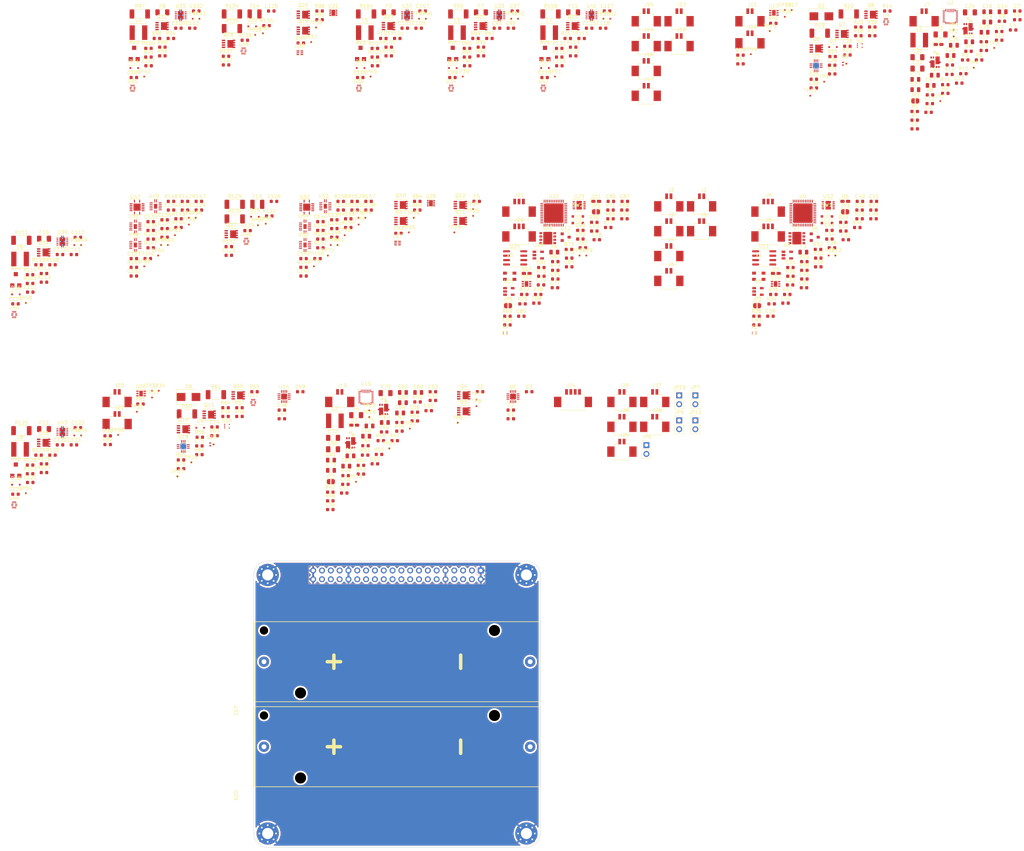
<source format=kicad_pcb>
(kicad_pcb (version 20210623) (generator pcbnew)

  (general
    (thickness 1.6)
  )

  (paper "A4")
  (title_block
    (title "BUTCube - EPS")
    (date "2021-08-20")
    (rev "v1.0")
    (company "VUT - FIT(STRaDe) & FME(IAE & IPE)")
    (comment 1 "Author: Petr Malaník")
  )

  (layers
    (0 "F.Cu" signal)
    (31 "B.Cu" signal)
    (32 "B.Adhes" user "B.Adhesive")
    (33 "F.Adhes" user "F.Adhesive")
    (34 "B.Paste" user)
    (35 "F.Paste" user)
    (36 "B.SilkS" user "B.Silkscreen")
    (37 "F.SilkS" user "F.Silkscreen")
    (38 "B.Mask" user)
    (39 "F.Mask" user)
    (40 "Dwgs.User" user "User.Drawings")
    (41 "Cmts.User" user "User.Comments")
    (42 "Eco1.User" user "User.Eco1")
    (43 "Eco2.User" user "User.Eco2")
    (44 "Edge.Cuts" user)
    (45 "Margin" user)
    (46 "B.CrtYd" user "B.Courtyard")
    (47 "F.CrtYd" user "F.Courtyard")
    (48 "B.Fab" user)
    (49 "F.Fab" user)
    (50 "User.1" user)
    (51 "User.2" user)
    (52 "User.3" user)
    (53 "User.4" user)
    (54 "User.5" user)
    (55 "User.6" user)
    (56 "User.7" user)
    (57 "User.8" user)
    (58 "User.9" user)
  )

  (setup
    (stackup
      (layer "F.SilkS" (type "Top Silk Screen"))
      (layer "F.Paste" (type "Top Solder Paste"))
      (layer "F.Mask" (type "Top Solder Mask") (color "Green") (thickness 0.01))
      (layer "F.Cu" (type "copper") (thickness 0.035))
      (layer "dielectric 1" (type "core") (thickness 1.51) (material "FR4") (epsilon_r 4.5) (loss_tangent 0.02))
      (layer "B.Cu" (type "copper") (thickness 0.035))
      (layer "B.Mask" (type "Bottom Solder Mask") (color "Green") (thickness 0.01))
      (layer "B.Paste" (type "Bottom Solder Paste"))
      (layer "B.SilkS" (type "Bottom Silk Screen"))
      (copper_finish "None")
      (dielectric_constraints no)
    )
    (pad_to_mask_clearance 0)
    (pcbplotparams
      (layerselection 0x00010fc_ffffffff)
      (disableapertmacros false)
      (usegerberextensions false)
      (usegerberattributes true)
      (usegerberadvancedattributes true)
      (creategerberjobfile true)
      (svguseinch false)
      (svgprecision 6)
      (excludeedgelayer true)
      (plotframeref false)
      (viasonmask false)
      (mode 1)
      (useauxorigin false)
      (hpglpennumber 1)
      (hpglpenspeed 20)
      (hpglpendiameter 15.000000)
      (dxfpolygonmode true)
      (dxfimperialunits true)
      (dxfusepcbnewfont true)
      (psnegative false)
      (psa4output false)
      (plotreference true)
      (plotvalue true)
      (plotinvisibletext false)
      (sketchpadsonfab false)
      (subtractmaskfromsilk false)
      (outputformat 1)
      (mirror false)
      (drillshape 1)
      (scaleselection 1)
      (outputdirectory "")
    )
  )

  (net 0 "")
  (net 1 "Net-(C1-Pad1)")
  (net 2 "VBUS")
  (net 3 "/Unit #1/MCU/MCU_POWER")
  (net 4 "/Unit #1/Battery charger/BAT")
  (net 5 "/Unit #1/Battery charger/SOLAR_IN")
  (net 6 "/USB power/USB_POWER")
  (net 7 "Net-(C6-Pad1)")
  (net 8 "Net-(C6-Pad2)")
  (net 9 "Net-(C7-Pad1)")
  (net 10 "GND")
  (net 11 "Net-(C7-Pad2)")
  (net 12 "Net-(C8-Pad1)")
  (net 13 "/Unit #1/Battery charger/PMID")
  (net 14 "/Unit #1/Battery charger/SYS")
  (net 15 "/Unit #1/Battery charger/REGN")
  (net 16 "/Unit #1/Activation control/PWR_OUT")
  (net 17 "Net-(C29-Pad1)")
  (net 18 "/Unit #1/MCU/OUT_CUR")
  (net 19 "Net-(C32-Pad1)")
  (net 20 "/Unit #1/MCU/VREF")
  (net 21 "Net-(C47-Pad1)")
  (net 22 "/Unit #2/MCU/MCU_POWER")
  (net 23 "/Unit #2/Battery charger/SOLAR_IN")
  (net 24 "Net-(C52-Pad1)")
  (net 25 "Net-(C52-Pad2)")
  (net 26 "Net-(C53-Pad1)")
  (net 27 "Net-(C53-Pad2)")
  (net 28 "Net-(C54-Pad1)")
  (net 29 "/Unit #2/Battery charger/PMID")
  (net 30 "/Unit #2/Battery charger/SYS")
  (net 31 "/Unit #2/Battery charger/REGN")
  (net 32 "/Unit #2/Activation control/PWR_OUT")
  (net 33 "Net-(C75-Pad1)")
  (net 34 "/Unit #2/MCU/OUT_CUR")
  (net 35 "Net-(C78-Pad1)")
  (net 36 "/Unit #2/MCU/VREF")
  (net 37 "Net-(C93-Pad1)")
  (net 38 "Net-(C94-Pad1)")
  (net 39 "/Unit #1/Output control/PWR_OUT")
  (net 40 "Net-(C96-Pad1)")
  (net 41 "Net-(C97-Pad1)")
  (net 42 "/Unit #2/Output control/PWR_OUT")
  (net 43 "Net-(C101-Pad1)")
  (net 44 "Net-(C102-Pad1)")
  (net 45 "Net-(C106-Pad1)")
  (net 46 "Net-(C107-Pad1)")
  (net 47 "Net-(C111-Pad1)")
  (net 48 "Net-(C112-Pad1)")
  (net 49 "Net-(C116-Pad1)")
  (net 50 "Net-(C117-Pad1)")
  (net 51 "Net-(C121-Pad1)")
  (net 52 "Net-(C122-Pad1)")
  (net 53 "/Unit #1/ADC/VBAT_CUR")
  (net 54 "/Unit #2/ADC/VBAT_CUR")
  (net 55 "Net-(C129-Pad1)")
  (net 56 "Net-(C130-Pad1)")
  (net 57 "Net-(C131-Pad1)")
  (net 58 "Net-(C132-Pad1)")
  (net 59 "Net-(C133-Pad1)")
  (net 60 "/Unit #2/Activation control/Activation logic/PWR_IN")
  (net 61 "Net-(C138-Pad1)")
  (net 62 "Net-(C139-Pad1)")
  (net 63 "Net-(C140-Pad1)")
  (net 64 "Net-(C141-Pad1)")
  (net 65 "Net-(C142-Pad1)")
  (net 66 "/Unit #1/Activation control/Activation logic/PWR_IN")
  (net 67 "Net-(D2-Pad2)")
  (net 68 "/Stack connector/CAN_L")
  (net 69 "/Stack connector/CAN_H")
  (net 70 "/Unit #1/ADC/1V8_CUR")
  (net 71 "/Unit #2/ADC/1V8_CUR")
  (net 72 "/Unit #1/ADC/3V3_CUR")
  (net 73 "/Unit #2/ADC/3V3_CUR")
  (net 74 "/Unit #1/ADC/5V_CUR")
  (net 75 "/Unit #2/ADC/5V_CUR")
  (net 76 "/Unit #1/Activation control/PWR_IN")
  (net 77 "/Unit #1/MCU/POWER")
  (net 78 "Net-(F3-Pad2)")
  (net 79 "/Unit #2/Activation control/PWR_IN")
  (net 80 "/Unit #2/MCU/POWER")
  (net 81 "Net-(F6-Pad2)")
  (net 82 "Net-(F7-Pad1)")
  (net 83 "/Unit #1/1V8")
  (net 84 "Net-(F8-Pad1)")
  (net 85 "/Unit #2/1V8")
  (net 86 "Net-(F9-Pad1)")
  (net 87 "/Unit #1/3V3")
  (net 88 "Net-(F10-Pad1)")
  (net 89 "/Unit #2/3V3")
  (net 90 "Net-(F11-Pad1)")
  (net 91 "/Unit #1/5V")
  (net 92 "Net-(F12-Pad1)")
  (net 93 "/Unit #2/5V")
  (net 94 "Net-(F13-Pad1)")
  (net 95 "/Unit #1/VBAT")
  (net 96 "Net-(F14-Pad1)")
  (net 97 "/Unit #2/VBAT")
  (net 98 "Net-(J7-Pad1)")
  (net 99 "/Unit #1/MCU/DBG_TX")
  (net 100 "/Unit #1/MCU/DBG_RX")
  (net 101 "/Unit #1/MCU/SWCLK")
  (net 102 "/Unit #1/MCU/SWDIO")
  (net 103 "/Unit #1/Battery temperature control/NTC_OUT")
  (net 104 "Net-(J11-Pad1)")
  (net 105 "/Stack connector/EPS#1_CHARGE")
  (net 106 "/Stack connector/RS_485_~{B}")
  (net 107 "/Stack connector/RS_485_A")
  (net 108 "/Stack connector/EPS#2_CHARGE")
  (net 109 "Net-(J19-Pad1)")
  (net 110 "/Unit #2/MCU/DBG_TX")
  (net 111 "/Unit #2/MCU/DBG_RX")
  (net 112 "/Unit #2/MCU/SWCLK")
  (net 113 "/Unit #2/MCU/SWDIO")
  (net 114 "/Unit #2/Battery temperature control/NTC_OUT")
  (net 115 "Net-(J23-Pad1)")
  (net 116 "/Activation switches/RBF_PIN")
  (net 117 "/Activation switches/SW_#1")
  (net 118 "/Activation switches/SW_#2")
  (net 119 "/Activation switches/SW_#3")
  (net 120 "/Activation switches/SW_#4")
  (net 121 "Net-(JP1-Pad2)")
  (net 122 "Net-(JP2-Pad1)")
  (net 123 "/Unit #1/MCU/NRST")
  (net 124 "Net-(JP3-Pad1)")
  (net 125 "Net-(JP3-Pad2)")
  (net 126 "Net-(JP4-Pad2)")
  (net 127 "Net-(JP5-Pad1)")
  (net 128 "/Unit #2/MCU/NRST")
  (net 129 "Net-(JP6-Pad1)")
  (net 130 "Net-(JP6-Pad2)")
  (net 131 "Net-(L3-Pad1)")
  (net 132 "Net-(L3-Pad2)")
  (net 133 "Net-(L4-Pad1)")
  (net 134 "Net-(L4-Pad2)")
  (net 135 "Net-(L5-Pad1)")
  (net 136 "Net-(L5-Pad2)")
  (net 137 "Net-(L6-Pad1)")
  (net 138 "Net-(L6-Pad2)")
  (net 139 "Net-(L7-Pad1)")
  (net 140 "Net-(L7-Pad2)")
  (net 141 "Net-(L8-Pad1)")
  (net 142 "Net-(L8-Pad2)")
  (net 143 "Net-(Q1-PadG1)")
  (net 144 "Net-(Q1-PadS1)")
  (net 145 "Net-(Q2-PadG1)")
  (net 146 "Net-(Q2-PadS1)")
  (net 147 "/Unit #1/Activation control/Activation logic/SEP_EN")
  (net 148 "Net-(Q3-Pad5)")
  (net 149 "/Unit #1/Activation control/Activation logic/RBF_EN")
  (net 150 "Net-(Q5-Pad1)")
  (net 151 "Net-(Q5-Pad3)")
  (net 152 "Net-(Q7-Pad1)")
  (net 153 "Net-(Q7-Pad4)")
  (net 154 "Net-(Q7-Pad5)")
  (net 155 "Net-(Q9-PadG1)")
  (net 156 "Net-(Q9-PadS1)")
  (net 157 "Net-(Q10-PadG1)")
  (net 158 "Net-(Q10-PadS1)")
  (net 159 "/Unit #2/Activation control/Activation logic/SEP_EN")
  (net 160 "Net-(Q11-Pad5)")
  (net 161 "/Unit #2/Activation control/Activation logic/RBF_EN")
  (net 162 "Net-(Q13-Pad1)")
  (net 163 "Net-(Q13-Pad3)")
  (net 164 "Net-(Q15-Pad1)")
  (net 165 "Net-(Q15-Pad4)")
  (net 166 "Net-(Q15-Pad5)")
  (net 167 "Net-(Q17-Pad4)")
  (net 168 "Net-(Q17-Pad5)")
  (net 169 "Net-(Q18-Pad1)")
  (net 170 "Net-(Q18-Pad4)")
  (net 171 "Net-(Q19-Pad4)")
  (net 172 "Net-(Q19-Pad5)")
  (net 173 "Net-(Q20-Pad1)")
  (net 174 "Net-(Q20-Pad4)")
  (net 175 "/Unit #1/Power supplies/Power_supply_1V8/PER_POWER")
  (net 176 "/Unit #1/MCU/1V8_EN")
  (net 177 "/Unit #2/Power supplies/Power_supply_1V8/PER_POWER")
  (net 178 "/Unit #2/MCU/1V8_EN")
  (net 179 "/Unit #1/MCU/3V3_EN")
  (net 180 "/Unit #2/MCU/3V3_EN")
  (net 181 "/Unit #1/Power supplies/Power_supply_5V/PER_POWER")
  (net 182 "/Unit #1/MCU/5V_EN")
  (net 183 "/Unit #2/Power supplies/Power_supply_5V/PER_POWER")
  (net 184 "/Unit #2/MCU/5V_EN")
  (net 185 "Net-(Q27-Pad1)")
  (net 186 "/Unit #1/MCU/VBAT_EN")
  (net 187 "Net-(Q28-Pad1)")
  (net 188 "/Unit #2/MCU/VBAT_EN")
  (net 189 "/Unit #1/Battery charger/D+")
  (net 190 "/Unit #1/Battery charger/D-")
  (net 191 "Net-(R5-Pad2)")
  (net 192 "Net-(R6-Pad2)")
  (net 193 "Net-(R7-Pad1)")
  (net 194 "Net-(R8-Pad2)")
  (net 195 "Net-(D1-Pad2)")
  (net 196 "Net-(R11-Pad1)")
  (net 197 "Net-(R16-Pad2)")
  (net 198 "Net-(R17-Pad2)")
  (net 199 "Net-(R18-Pad2)")
  (net 200 "Net-(R21-Pad2)")
  (net 201 "Net-(R22-Pad1)")
  (net 202 "Net-(R24-Pad2)")
  (net 203 "/Unit #1/MCU/VBAT")
  (net 204 "/Unit #1/MCU/VDDUSB")
  (net 205 "Net-(R30-Pad1)")
  (net 206 "/Unit #1/MCU/CAN_RS")
  (net 207 "/Unit #1/MCU/RS_485_R_EN")
  (net 208 "/Unit #1/MCU/RS_485_T_EN")
  (net 209 "/Unit #1/Battery temperature control/EN")
  (net 210 "/Unit #1/Battery temperature control/NTC_REF")
  (net 211 "/Unit #2/Battery charger/D+")
  (net 212 "/Unit #2/Battery charger/D-")
  (net 213 "Net-(R47-Pad2)")
  (net 214 "Net-(R57-Pad2)")
  (net 215 "/Unit #2/MCU/VBAT")
  (net 216 "/Unit #2/MCU/VDDUSB")
  (net 217 "/Unit #2/MCU/CAN_RS")
  (net 218 "/Unit #2/MCU/RS_485_R_EN")
  (net 219 "/Unit #2/MCU/RS_485_T_EN")
  (net 220 "/Unit #2/Battery temperature control/EN")
  (net 221 "/Unit #2/Battery temperature control/NTC_REF")
  (net 222 "Net-(R82-Pad1)")
  (net 223 "Net-(R91-Pad2)")
  (net 224 "Net-(R98-Pad2)")
  (net 225 "Net-(R105-Pad2)")
  (net 226 "Net-(R112-Pad2)")
  (net 227 "Net-(R119-Pad2)")
  (net 228 "/Unit #1/Battery temperature control/~{FAULT}")
  (net 229 "/Unit #2/Battery temperature control/~{FAULT}")
  (net 230 "Net-(TP61-Pad1)")
  (net 231 "Net-(TP62-Pad1)")
  (net 232 "Net-(TP63-Pad1)")
  (net 233 "Net-(TP64-Pad1)")
  (net 234 "Net-(TP67-Pad1)")
  (net 235 "Net-(TP69-Pad1)")
  (net 236 "Net-(TP70-Pad1)")
  (net 237 "Net-(TP71-Pad1)")
  (net 238 "Net-(TP72-Pad1)")
  (net 239 "Net-(TP75-Pad1)")
  (net 240 "/Unit #1/ADC/~{CS}")
  (net 241 "/Unit #1/MCU/SPI_MISO")
  (net 242 "/Unit #1/MCU/SPI_SCK")
  (net 243 "/Unit #1/MCU/SPI_MOSI")
  (net 244 "Net-(D1-Pad1)")
  (net 245 "/Unit #1/Battery charger/SCL")
  (net 246 "/Unit #1/Battery charger/SDA")
  (net 247 "/Unit #1/Battery charger/~{INT}")
  (net 248 "/Unit #1/MCU/WDG_RESET")
  (net 249 "/Unit #1/MCU/FRAM_CS")
  (net 250 "/Unit #1/MCU/LSE")
  (net 251 "/Unit #1/MCU/HSE")
  (net 252 "/Unit #1/Battery charger/BAT_ALERT")
  (net 253 "/Unit #1/MCU/RS_485_R")
  (net 254 "/Unit #1/MCU/RS_485_T")
  (net 255 "/Unit #1/MCU/CAN_RX")
  (net 256 "/Unit #1/MCU/CAN_TX")
  (net 257 "/Unit #2/ADC/~{CS}")
  (net 258 "/Unit #2/MCU/SPI_MISO")
  (net 259 "/Unit #2/MCU/SPI_SCK")
  (net 260 "/Unit #2/MCU/SPI_MOSI")
  (net 261 "Net-(D5-Pad1)")
  (net 262 "/Unit #2/Battery charger/SCL")
  (net 263 "/Unit #2/Battery charger/SDA")
  (net 264 "/Unit #2/Battery charger/~{INT}")
  (net 265 "/Unit #2/MCU/WDG_RESET")
  (net 266 "/Unit #2/MCU/FRAM_CS")
  (net 267 "/Unit #2/MCU/LSE")
  (net 268 "/Unit #2/MCU/HSE")
  (net 269 "/Unit #2/Battery charger/BAT_ALERT")
  (net 270 "/Unit #2/MCU/RS_485_R")
  (net 271 "/Unit #2/MCU/RS_485_T")
  (net 272 "/Unit #2/MCU/CAN_RX")
  (net 273 "/Unit #2/MCU/CAN_TX")
  (net 274 "Net-(U52-Pad6)")
  (net 275 "Net-(U53-Pad8)")
  (net 276 "Net-(U54-Pad12)")
  (net 277 "Net-(U48-Pad6)")
  (net 278 "Net-(U48-Pad8)")
  (net 279 "Net-(U48-Pad12)")
  (net 280 "Net-(U49-Pad10)")
  (net 281 "Net-(U49-Pad8)")
  (net 282 "Net-(U49-Pad12)")
  (net 283 "Net-(U50-Pad12)")
  (net 284 "Net-(U52-Pad8)")
  (net 285 "Net-(U52-Pad12)")
  (net 286 "Net-(U53-Pad10)")
  (net 287 "Net-(U53-Pad12)")
  (net 288 "Net-(D4-Pad1)")
  (net 289 "Net-(D7-Pad1)")
  (net 290 "Net-(D7-Pad2)")
  (net 291 "Net-(D8-Pad2)")
  (net 292 "Net-(D10-Pad1)")
  (net 293 "Net-(D11-Pad1)")
  (net 294 "/Unit #1/MCU/LED1")
  (net 295 "/Unit #1/MCU/LED2")
  (net 296 "Net-(R41-Pad1)")
  (net 297 "Net-(R46-Pad2)")
  (net 298 "Net-(R48-Pad1)")
  (net 299 "Net-(R49-Pad2)")
  (net 300 "Net-(R52-Pad1)")
  (net 301 "Net-(R58-Pad2)")
  (net 302 "Net-(R59-Pad2)")
  (net 303 "Net-(R62-Pad2)")
  (net 304 "Net-(R63-Pad1)")
  (net 305 "Net-(R65-Pad2)")
  (net 306 "Net-(R71-Pad1)")
  (net 307 "/Unit #2/MCU/LED1")
  (net 308 "/Unit #2/MCU/LED2")
  (net 309 "Net-(R84-Pad1)")
  (net 310 "Net-(R86-Pad1)")
  (net 311 "Net-(R88-Pad2)")
  (net 312 "Net-(R89-Pad1)")
  (net 313 "Net-(R95-Pad2)")
  (net 314 "Net-(R96-Pad1)")
  (net 315 "Net-(R102-Pad2)")
  (net 316 "Net-(R103-Pad1)")
  (net 317 "Net-(R109-Pad2)")
  (net 318 "Net-(R110-Pad1)")
  (net 319 "Net-(R116-Pad2)")
  (net 320 "Net-(R117-Pad1)")
  (net 321 "Net-(R123-Pad2)")
  (net 322 "Net-(R124-Pad1)")
  (net 323 "Net-(R126-Pad2)")
  (net 324 "Net-(R132-Pad2)")
  (net 325 "Net-(R137-Pad2)")
  (net 326 "/Unit #2/Battery charger/BAT")
  (net 327 "/Unit #1/Battery charger/BAT+")
  (net 328 "/Unit #2/Battery charger/BAT+")

  (footprint "LED_SMD:LED_0603_1608Metric_Castellated" (layer "F.Cu") (at 255.34 -59.66))

  (footprint "Capacitor_SMD:C_0603_1608Metric" (layer "F.Cu") (at 288.14 -93.72))

  (footprint "Package_SO:Vishay_PowerPAK_1212-8_Single" (layer "F.Cu") (at 262.73 -113.45))

  (footprint "Capacitor_SMD:C_0603_1608Metric" (layer "F.Cu") (at 136.56 -2.29))

  (footprint "Resistor_SMD:R_0603_1608Metric" (layer "F.Cu") (at 111.43 19.37))

  (footprint "Package_SO:SOIC-8_3.9x4.9mm_P1.27mm" (layer "F.Cu") (at 231.98 -43.36))

  (footprint "Resistor_SMD:R_0603_1608Metric" (layer "F.Cu") (at 267.44 -114.5))

  (footprint "Resistor_SMD:R_0603_1608Metric" (layer "F.Cu") (at 80.86 -0.19))

  (footprint "Capacitor_SMD:C_0603_1608Metric" (layer "F.Cu") (at 254.77 -51.1))

  (footprint "Diode_SMD:D_SOD-323F" (layer "F.Cu") (at 85.32 -55.22))

  (footprint "Capacitor_SMD:C_0603_1608Metric" (layer "F.Cu") (at 158.03 -24.05))

  (footprint "TCY_connectors:TestPoint_Pad_D0.5mm" (layer "F.Cu") (at 67.01 15.56))

  (footprint "TCY_IC:VQFN-HR_29(34)_4x4mm_P0.4mm" (layer "F.Cu") (at 117.295 -3.225))

  (footprint "LED_SMD:LED_0603_1608Metric_Castellated" (layer "F.Cu") (at 235.32 -38.89))

  (footprint "Resistor_SMD:R_0603_1608Metric" (layer "F.Cu") (at 89.45 -55.44))

  (footprint "Resistor_SMD:R_0603_1608Metric" (layer "F.Cu") (at 20.56 -38.52))

  (footprint "Package_TO_SOT_SMD:SOT-23-5" (layer "F.Cu") (at 158.45 -33.69))

  (footprint "Resistor_SMD:R_0603_1608Metric" (layer "F.Cu") (at 42.91 7.92))

  (footprint "Resistor_SMD:R_0603_1608Metric" (layer "F.Cu") (at 69.32 13.33))

  (footprint "MountingHole:MountingHole_3.2mm_M3_Pad_Via" (layer "F.Cu") (at 89 122.5))

  (footprint "Resistor_SMD:R_0603_1608Metric" (layer "F.Cu") (at 176.95 -101.58))

  (footprint "Capacitor_SMD:C_0603_1608Metric" (layer "F.Cu") (at 279.32 -85.31))

  (footprint "Resistor_SMD:R_0603_1608Metric" (layer "F.Cu") (at 126.3 -106.6))

  (footprint "Capacitor_SMD:C_0603_1608Metric" (layer "F.Cu") (at 29.18 10.52))

  (footprint "Resistor_SMD:R_0603_1608Metric" (layer "F.Cu") (at 251.68 -101.39))

  (footprint "TCY_connectors:TestPoint_Pad_D0.5mm" (layer "F.Cu") (at 85.39 -107.62))

  (footprint "Resistor_SMD:R_2010_5025Metric" (layer "F.Cu") (at 52.15 -113.65))

  (footprint "TCY_connectors:Amphenol_10114830-11102LF_1x02_P1.25mm_Horizontal" (layer "F.Cu") (at 200.45 3.205))

  (footprint "Capacitor_SMD:C_0603_1608Metric" (layer "F.Cu") (at 255.49 -48.59))

  (footprint "Capacitor_SMD:C_0603_1608Metric" (layer "F.Cu") (at 108.18 -49.31))

  (footprint "TCY_connectors:Amphenol_10114830-11103LF_1x03_P1.25mm_Horizontal" (layer "F.Cu") (at 233.105 -51.695))

  (footprint "Package_SO:Vishay_PowerPAK_1212-8_Single" (layer "F.Cu") (at 72.14 1.8))

  (footprint "Resistor_SMD:R_0603_1608Metric" (layer "F.Cu") (at 114.03 -57.14))

  (footprint "Package_DFN_QFN:UQFN-10_1.4x1.8mm_P0.4mm" (layer "F.Cu") (at 168.36 -92.26))

  (footprint "Capacitor_SMD:C_0603_1608Metric" (layer "F.Cu") (at 64.03 17.37))

  (footprint "Resistor_SMD:R_0603_1608Metric" (layer "F.Cu") (at 42.91 10.43))

  (footprint "Package_DFN_QFN:UQFN-10_1.4x1.8mm_P0.4mm" (layer "F.Cu") (at 50.07 -92.26))

  (footprint "Resistor_SMD:R_0603_1608Metric" (layer "F.Cu") (at 50.45 -40.65))

  (footprint "Resistor_SMD:R_0603_1608Metric" (layer "F.Cu") (at 162.88 -32.84))

  (footprint "Capacitor_SMD:C_0603_1608Metric" (layer "F.Cu") (at 54.7 -98.72))

  (footprint "Resistor_SMD:R_0603_1608Metric" (layer "F.Cu") (at 234.11 -30.11))

  (footprint "Capacitor_SMD:C_0603_1608Metric" (layer "F.Cu") (at 61.15 -57.14))

  (footprint "TCY_connectors:TestPoint_Pad_D0.5mm" (layer "F.Cu") (at 102.3 -40.93))

  (footprint "Capacitor_SMD:C_0603_1608Metric" (layer "F.Cu") (at 34.33 5.57))

  (footprint "TCY_connectors:Amphenol_10114830-11102LF_1x02_P1.25mm_Horizontal" (layer "F.Cu") (at 204.5 -60.32))

  (footprint "TCY_connectors:TestPoint_Pad_D0.5mm" (layer "F.Cu") (at 228.13 -102.06))

  (footprint "TCY_connectors:TestPoint_Pad_D0.5mm" (layer "F.Cu") (at 282.7 -88.54))

  (footprint "Resistor_SMD:R_0603_1608Metric" (layer "F.Cu") (at 243.54 -42.29))

  (footprint "Resistor_SMD:R_0603_1608Metric" (layer "F.Cu") (at 191.73 -57.14))

  (footprint "Resistor_SMD:R_0603_1608Metric" (layer "F.Cu") (at 107.02 26.65))

  (footprint "Connector_PinHeader_2.54mm:PinHeader_1x02_P2.54mm_Vertical" (layer "F.Cu") (at 212.15 3.47))

  (footprint "Capacitor_SMD:C_0603_1608Metric" (layer "F.Cu") (at 183.76 -48.59))

  (footprint "Resistor_SMD:R_0603_1608Metric" (layer "F.Cu") (at 132.15 -1.85))

  (footprint "Resistor_SMD:R_0603_1608Metric" (layer "F.Cu") (at 234.6 -110.95))

  (footprint "Resistor_SMD:R_0603_1608Metric" (layer "F.Cu") (at 132.07 -59.65))

  (footprint "Resistor_SMD:R_0603_1608Metric" (layer "F.Cu") (at 187.05 -52.12))

  (footprint "Package_DFN_QFN:UQFN-10_1.4x1.8mm_P0.4mm" (layer "F.Cu") (at 141.81 -92.26))

  (footprint "Resistor_SMD:R_0603_1608Metric" (layer "F.Cu")
    (tedit 5B301BBD) (tstamp 1f1584f4-9bdc-4274-b499-3d64a623eada)
    (at 122.29 -106.6)
    (descr "Resistor SMD 0603 (1608 Metric), square (rectangular) end terminal, IPC_7351 nominal, (Body size source: http://www.tortai-tech.com/upload/download/2011102023233369053.pdf), generated with kicad-footprint-generator")
    (tags "resistor")
    (property "Sheetfile" "Power_supply.kicad_sch")
    (property "Sheetname" "Power_supply_3V3")
    (path "/3fbfe5f5-450c-4c51-813c-f3d5ddddd4e3/e90aa45b-e371-4d9f-a40f-45b62d6b0cc2/b028d684-e73b-4aba-a10d-751a54ede8f8/edb34068-00d6-4168-b744-075735693e81")
    (attr smd)
    (fp_text reference "R103" (at 0 -1.43) (layer "F.SilkS")
      (effects (font (size 1 1) (thickness 0.15)))
      (tstamp 9833a922-2a52-483f-91f6-391e6ed5f60c)
    )
    (fp_text value "200k" (at 0 1.43) (layer "F.Fab")
      (effects (font (size 1 1) (thickness 0.15)))
      (tstamp 00bf6896-01c3-4258-bb0f-4fd97ed24f6d)
    )
    (fp_text user "${REFERENCE}" (at 0 0) (layer "F.Fab")
      (effects (font (size 0.4 0.4) (thickness 0.06)))
      (tstamp e196cd60-9058-4472-851f-c722480747ad)
    )
    (fp_line (start -0.162779 0.51) (end 0.162779 0.51) (layer "F.SilkS") (width 0.12) (tstamp 135771f6-ff7b-430a-969c-99908e154684))
    (fp_line (start -0.162779 -0.51) (end 0.162779 -0.51) (layer "F.SilkS") (width 0.12) (tstamp f1dd5e1e-3dda-4d46-aae2-19e5a5e13f63))
    (fp_line (start 1.48 0.73) (end -1.48 0.73) (layer "F.CrtYd") (width 0.05) (tstamp 2ebe7d08-69ea-47a2-948f-49c786772c1c))
    (fp_line (start -1.48 0.73) (end -1.48 -0.73) (layer "F.CrtYd") (width 0.05) (tstamp 409b1a5c-ee54-4f78-a57e-3b9fdf48ac6b))
    (fp_line (start -1.48 -0.73) (end 1.48 -0.73) (layer "F.CrtYd") (width 0.05) (tstamp 85ce5d15-72f4-47bd-a30c-9635b590dc5e))
    (fp_line (start 1.48 -0.73) (end 1.48 0.73) (layer "F.CrtYd") (width 0.05) (tstamp d5138871-bd68-431e-b903-4a33f247a718))
    (fp_line (start -0.8 0.4) (end -0.8 -0.4) (layer "F.Fab") (width 0.1) (tstamp 811201c5-aa1c-4e14-82e6-0b9cba8
... [1804768 chars truncated]
</source>
